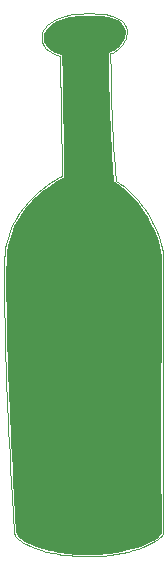
<source format=gtl>
G04 #@! TF.GenerationSoftware,KiCad,Pcbnew,(5.1.0-0)*
G04 #@! TF.CreationDate,2019-11-19T21:44:26-07:00*
G04 #@! TF.ProjectId,rick-bottle,7269636b-2d62-46f7-9474-6c652e6b6963,rev?*
G04 #@! TF.SameCoordinates,Original*
G04 #@! TF.FileFunction,Copper,L1,Top*
G04 #@! TF.FilePolarity,Positive*
%FSLAX46Y46*%
G04 Gerber Fmt 4.6, Leading zero omitted, Abs format (unit mm)*
G04 Created by KiCad (PCBNEW (5.1.0-0)) date 2019-11-19 21:44:26*
%MOMM*%
%LPD*%
G04 APERTURE LIST*
G04 #@! TA.AperFunction,EtchedComponent*
%ADD10C,0.010000*%
G04 #@! TD*
G04 #@! TA.AperFunction,NonConductor*
%ADD11C,0.254000*%
G04 #@! TD*
G04 APERTURE END LIST*
D10*
G04 #@! TO.C,G\002A\002A\002A*
X41102648Y-18010486D02*
X41353784Y-18015546D01*
X41353784Y-18015546D02*
X41573518Y-18025258D01*
X41573518Y-18025258D02*
X41771493Y-18040323D01*
X41771493Y-18040323D02*
X41957358Y-18061440D01*
X41957358Y-18061440D02*
X42140758Y-18089306D01*
X42140758Y-18089306D02*
X42290600Y-18116622D01*
X42290600Y-18116622D02*
X42638781Y-18200888D01*
X42638781Y-18200888D02*
X42948084Y-18310467D01*
X42948084Y-18310467D02*
X43217419Y-18443923D01*
X43217419Y-18443923D02*
X43445698Y-18599820D01*
X43445698Y-18599820D02*
X43631832Y-18776723D01*
X43631832Y-18776723D02*
X43774733Y-18973195D01*
X43774733Y-18973195D02*
X43873312Y-19187801D01*
X43873312Y-19187801D02*
X43926481Y-19419105D01*
X43926481Y-19419105D02*
X43933151Y-19665671D01*
X43933151Y-19665671D02*
X43892233Y-19926062D01*
X43892233Y-19926062D02*
X43825361Y-20141094D01*
X43825361Y-20141094D02*
X43729007Y-20349472D01*
X43729007Y-20349472D02*
X43600110Y-20557028D01*
X43600110Y-20557028D02*
X43445972Y-20756267D01*
X43445972Y-20756267D02*
X43273894Y-20939697D01*
X43273894Y-20939697D02*
X43091180Y-21099821D01*
X43091180Y-21099821D02*
X42905132Y-21229147D01*
X42905132Y-21229147D02*
X42723052Y-21320180D01*
X42723052Y-21320180D02*
X42653096Y-21344155D01*
X42653096Y-21344155D02*
X42537117Y-21378100D01*
X42537117Y-21378100D02*
X42552874Y-23156100D01*
X42552874Y-23156100D02*
X42556010Y-23476603D01*
X42556010Y-23476603D02*
X42559735Y-23800841D01*
X42559735Y-23800841D02*
X42563940Y-24122220D01*
X42563940Y-24122220D02*
X42568515Y-24434148D01*
X42568515Y-24434148D02*
X42573352Y-24730030D01*
X42573352Y-24730030D02*
X42578340Y-25003274D01*
X42578340Y-25003274D02*
X42583371Y-25247286D01*
X42583371Y-25247286D02*
X42588335Y-25455472D01*
X42588335Y-25455472D02*
X42593123Y-25621240D01*
X42593123Y-25621240D02*
X42594376Y-25658000D01*
X42594376Y-25658000D02*
X42631680Y-26629679D01*
X42631680Y-26629679D02*
X42672932Y-27555901D01*
X42672932Y-27555901D02*
X42718426Y-28441879D01*
X42718426Y-28441879D02*
X42768455Y-29292824D01*
X42768455Y-29292824D02*
X42823312Y-30113947D01*
X42823312Y-30113947D02*
X42883292Y-30910461D01*
X42883292Y-30910461D02*
X42904967Y-31177359D01*
X42904967Y-31177359D02*
X42986497Y-32162819D01*
X42986497Y-32162819D02*
X43236789Y-32341517D01*
X43236789Y-32341517D02*
X43363716Y-32433953D01*
X43363716Y-32433953D02*
X43509493Y-32542934D01*
X43509493Y-32542934D02*
X43653551Y-32652963D01*
X43653551Y-32652963D02*
X43746090Y-32725263D01*
X43746090Y-32725263D02*
X43863993Y-32823896D01*
X43863993Y-32823896D02*
X44006580Y-32951576D01*
X44006580Y-32951576D02*
X44165581Y-33100138D01*
X44165581Y-33100138D02*
X44332726Y-33261413D01*
X44332726Y-33261413D02*
X44499747Y-33427233D01*
X44499747Y-33427233D02*
X44658372Y-33589432D01*
X44658372Y-33589432D02*
X44800332Y-33739842D01*
X44800332Y-33739842D02*
X44917357Y-33870295D01*
X44917357Y-33870295D02*
X44974431Y-33938400D01*
X44974431Y-33938400D02*
X45389709Y-34491853D01*
X45389709Y-34491853D02*
X45764360Y-35069505D01*
X45764360Y-35069505D02*
X46096695Y-35667757D01*
X46096695Y-35667757D02*
X46385024Y-36283010D01*
X46385024Y-36283010D02*
X46627655Y-36911664D01*
X46627655Y-36911664D02*
X46822900Y-37550120D01*
X46822900Y-37550120D02*
X46966325Y-38180200D01*
X46966325Y-38180200D02*
X47021541Y-38472300D01*
X47021541Y-38472300D02*
X46992503Y-43590400D01*
X46992503Y-43590400D02*
X46988708Y-44291468D01*
X46988708Y-44291468D02*
X46985192Y-45006057D01*
X46985192Y-45006057D02*
X46981956Y-45731779D01*
X46981956Y-45731779D02*
X46978998Y-46466244D01*
X46978998Y-46466244D02*
X46976321Y-47207064D01*
X46976321Y-47207064D02*
X46973923Y-47951851D01*
X46973923Y-47951851D02*
X46971804Y-48698214D01*
X46971804Y-48698214D02*
X46969965Y-49443767D01*
X46969965Y-49443767D02*
X46968407Y-50186119D01*
X46968407Y-50186119D02*
X46967128Y-50922882D01*
X46967128Y-50922882D02*
X46966129Y-51651668D01*
X46966129Y-51651668D02*
X46965411Y-52370088D01*
X46965411Y-52370088D02*
X46964973Y-53075753D01*
X46964973Y-53075753D02*
X46964815Y-53766274D01*
X46964815Y-53766274D02*
X46964937Y-54439263D01*
X46964937Y-54439263D02*
X46965340Y-55092330D01*
X46965340Y-55092330D02*
X46966024Y-55723088D01*
X46966024Y-55723088D02*
X46966989Y-56329147D01*
X46966989Y-56329147D02*
X46968234Y-56908119D01*
X46968234Y-56908119D02*
X46969761Y-57457615D01*
X46969761Y-57457615D02*
X46971568Y-57975246D01*
X46971568Y-57975246D02*
X46973657Y-58458623D01*
X46973657Y-58458623D02*
X46976027Y-58905359D01*
X46976027Y-58905359D02*
X46978678Y-59313063D01*
X46978678Y-59313063D02*
X46981611Y-59679348D01*
X46981611Y-59679348D02*
X46984825Y-60001824D01*
X46984825Y-60001824D02*
X46988321Y-60278104D01*
X46988321Y-60278104D02*
X46991812Y-60490789D01*
X46991812Y-60490789D02*
X46998085Y-60815436D01*
X46998085Y-60815436D02*
X47003356Y-61093490D01*
X47003356Y-61093490D02*
X47007103Y-61329154D01*
X47007103Y-61329154D02*
X47008802Y-61526634D01*
X47008802Y-61526634D02*
X47007930Y-61690133D01*
X47007930Y-61690133D02*
X47003964Y-61823855D01*
X47003964Y-61823855D02*
X46996382Y-61932006D01*
X46996382Y-61932006D02*
X46984659Y-62018789D01*
X46984659Y-62018789D02*
X46968273Y-62088408D01*
X46968273Y-62088408D02*
X46946700Y-62145069D01*
X46946700Y-62145069D02*
X46919419Y-62192974D01*
X46919419Y-62192974D02*
X46885905Y-62236329D01*
X46885905Y-62236329D02*
X46845636Y-62279338D01*
X46845636Y-62279338D02*
X46798088Y-62326205D01*
X46798088Y-62326205D02*
X46758615Y-62365136D01*
X46758615Y-62365136D02*
X46554326Y-62542466D01*
X46554326Y-62542466D02*
X46302740Y-62714700D01*
X46302740Y-62714700D02*
X46007199Y-62880780D01*
X46007199Y-62880780D02*
X45671045Y-63039647D01*
X45671045Y-63039647D02*
X45297619Y-63190245D01*
X45297619Y-63190245D02*
X44890265Y-63331514D01*
X44890265Y-63331514D02*
X44452323Y-63462398D01*
X44452323Y-63462398D02*
X43987136Y-63581838D01*
X43987136Y-63581838D02*
X43498046Y-63688777D01*
X43498046Y-63688777D02*
X42988396Y-63782157D01*
X42988396Y-63782157D02*
X42461526Y-63860919D01*
X42461526Y-63860919D02*
X41920779Y-63924007D01*
X41920779Y-63924007D02*
X41795300Y-63936142D01*
X41795300Y-63936142D02*
X41700191Y-63942831D01*
X41700191Y-63942831D02*
X41565078Y-63949348D01*
X41565078Y-63949348D02*
X41398335Y-63955538D01*
X41398335Y-63955538D02*
X41208337Y-63961246D01*
X41208337Y-63961246D02*
X41003459Y-63966319D01*
X41003459Y-63966319D02*
X40792076Y-63970601D01*
X40792076Y-63970601D02*
X40582563Y-63973938D01*
X40582563Y-63973938D02*
X40383294Y-63976175D01*
X40383294Y-63976175D02*
X40202645Y-63977159D01*
X40202645Y-63977159D02*
X40048991Y-63976734D01*
X40048991Y-63976734D02*
X39930707Y-63974745D01*
X39930707Y-63974745D02*
X39864900Y-63971761D01*
X39864900Y-63971761D02*
X39449608Y-63938866D01*
X39449608Y-63938866D02*
X39076384Y-63904483D01*
X39076384Y-63904483D02*
X38736497Y-63867326D01*
X38736497Y-63867326D02*
X38421215Y-63826109D01*
X38421215Y-63826109D02*
X38121807Y-63779545D01*
X38121807Y-63779545D02*
X37829542Y-63726349D01*
X37829542Y-63726349D02*
X37535687Y-63665234D01*
X37535687Y-63665234D02*
X37231512Y-63594916D01*
X37231512Y-63594916D02*
X37118490Y-63567271D01*
X37118490Y-63567271D02*
X36630046Y-63434823D01*
X36630046Y-63434823D02*
X36174503Y-63288045D01*
X36174503Y-63288045D02*
X35757476Y-63128916D01*
X35757476Y-63128916D02*
X35384581Y-62959415D01*
X35384581Y-62959415D02*
X35361287Y-62947724D01*
X35361287Y-62947724D02*
X35140456Y-62824954D01*
X35140456Y-62824954D02*
X34935347Y-62689227D01*
X34935347Y-62689227D02*
X34752923Y-62546361D01*
X34752923Y-62546361D02*
X34600151Y-62402174D01*
X34600151Y-62402174D02*
X34483996Y-62262486D01*
X34483996Y-62262486D02*
X34426322Y-62166687D01*
X34426322Y-62166687D02*
X34358496Y-62028057D01*
X34358496Y-62028057D02*
X34185928Y-58848078D01*
X34185928Y-58848078D02*
X34121111Y-57642012D01*
X34121111Y-57642012D02*
X34060207Y-56484299D01*
X34060207Y-56484299D02*
X34003129Y-55372649D01*
X34003129Y-55372649D02*
X33949791Y-54304774D01*
X33949791Y-54304774D02*
X33900104Y-53278384D01*
X33900104Y-53278384D02*
X33853982Y-52291190D01*
X33853982Y-52291190D02*
X33811338Y-51340903D01*
X33811338Y-51340903D02*
X33772084Y-50425234D01*
X33772084Y-50425234D02*
X33736134Y-49541892D01*
X33736134Y-49541892D02*
X33703400Y-48688589D01*
X33703400Y-48688589D02*
X33673796Y-47863037D01*
X33673796Y-47863037D02*
X33647234Y-47062944D01*
X33647234Y-47062944D02*
X33623626Y-46286023D01*
X33623626Y-46286023D02*
X33602887Y-45529983D01*
X33602887Y-45529983D02*
X33584928Y-44792537D01*
X33584928Y-44792537D02*
X33569662Y-44071393D01*
X33569662Y-44071393D02*
X33557004Y-43364264D01*
X33557004Y-43364264D02*
X33546864Y-42668860D01*
X33546864Y-42668860D02*
X33539157Y-41982891D01*
X33539157Y-41982891D02*
X33537598Y-41812400D01*
X33537598Y-41812400D02*
X33533659Y-41273907D01*
X33533659Y-41273907D02*
X33531745Y-40783081D01*
X33531745Y-40783081D02*
X33531970Y-40336823D01*
X33531970Y-40336823D02*
X33534447Y-39932037D01*
X33534447Y-39932037D02*
X33539288Y-39565625D01*
X33539288Y-39565625D02*
X33546606Y-39234489D01*
X33546606Y-39234489D02*
X33556513Y-38935532D01*
X33556513Y-38935532D02*
X33569123Y-38665655D01*
X33569123Y-38665655D02*
X33584549Y-38421763D01*
X33584549Y-38421763D02*
X33602901Y-38200756D01*
X33602901Y-38200756D02*
X33624295Y-37999538D01*
X33624295Y-37999538D02*
X33648841Y-37815010D01*
X33648841Y-37815010D02*
X33676653Y-37644076D01*
X33676653Y-37644076D02*
X33692295Y-37560298D01*
X33692295Y-37560298D02*
X33825444Y-37008276D01*
X33825444Y-37008276D02*
X34007752Y-36462202D01*
X34007752Y-36462202D02*
X34237671Y-35924939D01*
X34237671Y-35924939D02*
X34513655Y-35399349D01*
X34513655Y-35399349D02*
X34834156Y-34888294D01*
X34834156Y-34888294D02*
X35197627Y-34394637D01*
X35197627Y-34394637D02*
X35602520Y-33921239D01*
X35602520Y-33921239D02*
X35736508Y-33778733D01*
X35736508Y-33778733D02*
X36056894Y-33461965D01*
X36056894Y-33461965D02*
X36403118Y-33149734D01*
X36403118Y-33149734D02*
X36766696Y-32848480D01*
X36766696Y-32848480D02*
X37139142Y-32564647D01*
X37139142Y-32564647D02*
X37511971Y-32304677D01*
X37511971Y-32304677D02*
X37876697Y-32075013D01*
X37876697Y-32075013D02*
X38224836Y-31882096D01*
X38224836Y-31882096D02*
X38254161Y-31867211D01*
X38254161Y-31867211D02*
X38429800Y-31778761D01*
X38429800Y-31778761D02*
X38429599Y-31353630D01*
X38429599Y-31353630D02*
X38429127Y-31281773D01*
X38429127Y-31281773D02*
X38427787Y-31162097D01*
X38427787Y-31162097D02*
X38425626Y-30997572D01*
X38425626Y-30997572D02*
X38422693Y-30791170D01*
X38422693Y-30791170D02*
X38419035Y-30545864D01*
X38419035Y-30545864D02*
X38414700Y-30264625D01*
X38414700Y-30264625D02*
X38409736Y-29950424D01*
X38409736Y-29950424D02*
X38404191Y-29606234D01*
X38404191Y-29606234D02*
X38398113Y-29235027D01*
X38398113Y-29235027D02*
X38391549Y-28839773D01*
X38391549Y-28839773D02*
X38384548Y-28423446D01*
X38384548Y-28423446D02*
X38377157Y-27989016D01*
X38377157Y-27989016D02*
X38369424Y-27539455D01*
X38369424Y-27539455D02*
X38361397Y-27077735D01*
X38361397Y-27077735D02*
X38353637Y-26635900D01*
X38353637Y-26635900D02*
X38345388Y-26166507D01*
X38345388Y-26166507D02*
X38337385Y-25707100D01*
X38337385Y-25707100D02*
X38329676Y-25260603D01*
X38329676Y-25260603D02*
X38322307Y-24829939D01*
X38322307Y-24829939D02*
X38315328Y-24418029D01*
X38315328Y-24418029D02*
X38308785Y-24027797D01*
X38308785Y-24027797D02*
X38302727Y-23662165D01*
X38302727Y-23662165D02*
X38297201Y-23324057D01*
X38297201Y-23324057D02*
X38292255Y-23016394D01*
X38292255Y-23016394D02*
X38287937Y-22742100D01*
X38287937Y-22742100D02*
X38284294Y-22504098D01*
X38284294Y-22504098D02*
X38281375Y-22305310D01*
X38281375Y-22305310D02*
X38279228Y-22148660D01*
X38279228Y-22148660D02*
X38277899Y-22037068D01*
X38277899Y-22037068D02*
X38277438Y-21975000D01*
X38277438Y-21975000D02*
X38277002Y-21606700D01*
X38277002Y-21606700D02*
X38015772Y-21523537D01*
X38015772Y-21523537D02*
X37723810Y-21412746D01*
X37723810Y-21412746D02*
X37469212Y-21276475D01*
X37469212Y-21276475D02*
X37242636Y-21109224D01*
X37242636Y-21109224D02*
X37121624Y-20997100D01*
X37121624Y-20997100D02*
X36950387Y-20802694D01*
X36950387Y-20802694D02*
X36826503Y-20606532D01*
X36826503Y-20606532D02*
X36746811Y-20401508D01*
X36746811Y-20401508D02*
X36708145Y-20180516D01*
X36708145Y-20180516D02*
X36703202Y-20057300D01*
X36703202Y-20057300D02*
X36720092Y-19834894D01*
X36720092Y-19834894D02*
X36772950Y-19628050D01*
X36772950Y-19628050D02*
X36865060Y-19429735D01*
X36865060Y-19429735D02*
X36999706Y-19232919D01*
X36999706Y-19232919D02*
X37180171Y-19030568D01*
X37180171Y-19030568D02*
X37184903Y-19025777D01*
X37184903Y-19025777D02*
X37404634Y-18826192D01*
X37404634Y-18826192D02*
X37642067Y-18656393D01*
X37642067Y-18656393D02*
X37908515Y-18509124D01*
X37908515Y-18509124D02*
X38167304Y-18395828D01*
X38167304Y-18395828D02*
X38438704Y-18297275D01*
X38438704Y-18297275D02*
X38716994Y-18214910D01*
X38716994Y-18214910D02*
X39008444Y-18147817D01*
X39008444Y-18147817D02*
X39319324Y-18095080D01*
X39319324Y-18095080D02*
X39655905Y-18055782D01*
X39655905Y-18055782D02*
X40024457Y-18029006D01*
X40024457Y-18029006D02*
X40431250Y-18013835D01*
X40431250Y-18013835D02*
X40810462Y-18009382D01*
X40810462Y-18009382D02*
X41102648Y-18010486D01*
X41102648Y-18010486D02*
X41102648Y-18010486D01*
G04 #@! TD*
D11*
G36*
X41088265Y-18292433D02*
G01*
X41088800Y-18292486D01*
X41099849Y-18292486D01*
X41344707Y-18297420D01*
X41556587Y-18306785D01*
X41744853Y-18321110D01*
X41920255Y-18341038D01*
X42094279Y-18367480D01*
X42232109Y-18392606D01*
X42558312Y-18471554D01*
X42838008Y-18570644D01*
X43074609Y-18687880D01*
X43267901Y-18819884D01*
X43418913Y-18963408D01*
X43530181Y-19116388D01*
X43604968Y-19279200D01*
X43645345Y-19454857D01*
X43650555Y-19647445D01*
X43616845Y-19861968D01*
X43561601Y-20039606D01*
X43480314Y-20215402D01*
X43368198Y-20395936D01*
X43231131Y-20573109D01*
X43077668Y-20736696D01*
X42917224Y-20877305D01*
X42760856Y-20985999D01*
X42613800Y-21059522D01*
X42567743Y-21075307D01*
X42482010Y-21100399D01*
X42479375Y-21100682D01*
X42455424Y-21108180D01*
X42444614Y-21111344D01*
X42442159Y-21112333D01*
X42426363Y-21117278D01*
X42416461Y-21122684D01*
X42405994Y-21126900D01*
X42392140Y-21135962D01*
X42377607Y-21143896D01*
X42368948Y-21151132D01*
X42359507Y-21157307D01*
X42347686Y-21168898D01*
X42334981Y-21179515D01*
X42327902Y-21188298D01*
X42319845Y-21196199D01*
X42310510Y-21209878D01*
X42300123Y-21222766D01*
X42294894Y-21232761D01*
X42288533Y-21242082D01*
X42282044Y-21257322D01*
X42274373Y-21271986D01*
X42271196Y-21282802D01*
X42266773Y-21293192D01*
X42263382Y-21309411D01*
X42258720Y-21325284D01*
X42257714Y-21336518D01*
X42255404Y-21347565D01*
X42255242Y-21364118D01*
X42255006Y-21366752D01*
X42255106Y-21378013D01*
X42254860Y-21403110D01*
X42255351Y-21405713D01*
X42270764Y-23144890D01*
X42270753Y-23145012D01*
X42270879Y-23157928D01*
X42271008Y-23172446D01*
X42271023Y-23172583D01*
X42273891Y-23465760D01*
X42273870Y-23465996D01*
X42274024Y-23479363D01*
X42274159Y-23493209D01*
X42274185Y-23493453D01*
X42277597Y-23790456D01*
X42277578Y-23790684D01*
X42277758Y-23804470D01*
X42277913Y-23817927D01*
X42277937Y-23818149D01*
X42281787Y-24112288D01*
X42281768Y-24112510D01*
X42281967Y-24126087D01*
X42282146Y-24139756D01*
X42282171Y-24139979D01*
X42286346Y-24424676D01*
X42286327Y-24424912D01*
X42286549Y-24438471D01*
X42286749Y-24452130D01*
X42286776Y-24452367D01*
X42291169Y-24721062D01*
X42291147Y-24721332D01*
X42291397Y-24735020D01*
X42291617Y-24748486D01*
X42291647Y-24748751D01*
X42296141Y-24994912D01*
X42296115Y-24995242D01*
X42296391Y-25008650D01*
X42296640Y-25022267D01*
X42296679Y-25022601D01*
X42301156Y-25239714D01*
X42301122Y-25240165D01*
X42301439Y-25253456D01*
X42301717Y-25266944D01*
X42301771Y-25267399D01*
X42306103Y-25449056D01*
X42306053Y-25449772D01*
X42306435Y-25463006D01*
X42306746Y-25476038D01*
X42306832Y-25476739D01*
X42310862Y-25616269D01*
X42310815Y-25617007D01*
X42311265Y-25630203D01*
X42311641Y-25643223D01*
X42311734Y-25643947D01*
X42312089Y-25654378D01*
X42312053Y-25654981D01*
X42312560Y-25668177D01*
X42313012Y-25681446D01*
X42313092Y-25682048D01*
X42349390Y-26627534D01*
X42349344Y-26628392D01*
X42349917Y-26641249D01*
X42350419Y-26654335D01*
X42350538Y-26655201D01*
X42390638Y-27555568D01*
X42390593Y-27556532D01*
X42391258Y-27569473D01*
X42391828Y-27582282D01*
X42391964Y-27583227D01*
X42436141Y-28443556D01*
X42436100Y-28444605D01*
X42436853Y-28457410D01*
X42437508Y-28470169D01*
X42437664Y-28471203D01*
X42486195Y-29296685D01*
X42486160Y-29297804D01*
X42487002Y-29310410D01*
X42487754Y-29323198D01*
X42487931Y-29324319D01*
X42541096Y-30120119D01*
X42541069Y-30121313D01*
X42542020Y-30133937D01*
X42542863Y-30146561D01*
X42543059Y-30147738D01*
X42601111Y-30918651D01*
X42601097Y-30919484D01*
X42602156Y-30932526D01*
X42603129Y-30945445D01*
X42603271Y-30946258D01*
X42622789Y-31186595D01*
X42622786Y-31186809D01*
X42623915Y-31200458D01*
X42625014Y-31213988D01*
X42625052Y-31214197D01*
X42705282Y-32183955D01*
X42706999Y-32209464D01*
X42711191Y-32225002D01*
X42714083Y-32240827D01*
X42718407Y-32251745D01*
X42721469Y-32263095D01*
X42728613Y-32277519D01*
X42734536Y-32292474D01*
X42740911Y-32302346D01*
X42746125Y-32312872D01*
X42755936Y-32325612D01*
X42764671Y-32339138D01*
X42772856Y-32347583D01*
X42780018Y-32356883D01*
X42792121Y-32367460D01*
X42803331Y-32379026D01*
X42824440Y-32393613D01*
X43071876Y-32570273D01*
X43196268Y-32660863D01*
X43339464Y-32767914D01*
X43481151Y-32876131D01*
X43568761Y-32944581D01*
X43679412Y-33037147D01*
X43816252Y-33159681D01*
X43971375Y-33304620D01*
X44135496Y-33462977D01*
X44299567Y-33625868D01*
X44455020Y-33784824D01*
X44592800Y-33930805D01*
X44704258Y-34055052D01*
X44753421Y-34113716D01*
X45158367Y-34653401D01*
X45522527Y-35214878D01*
X45845466Y-35796218D01*
X46125495Y-36393761D01*
X46360937Y-37003790D01*
X46550220Y-37622751D01*
X46690203Y-38237712D01*
X46739392Y-38497927D01*
X46710586Y-43574998D01*
X46710583Y-43575026D01*
X46710527Y-43585449D01*
X46710429Y-43602647D01*
X46710433Y-43602693D01*
X46706788Y-44276160D01*
X46706780Y-44276233D01*
X46706709Y-44290764D01*
X46706638Y-44303789D01*
X46706644Y-44303855D01*
X46703264Y-44990885D01*
X46703257Y-44990952D01*
X46703193Y-45005290D01*
X46703128Y-45018517D01*
X46703134Y-45018579D01*
X46700021Y-45716736D01*
X46700015Y-45716796D01*
X46699959Y-45730577D01*
X46699898Y-45744369D01*
X46699904Y-45744430D01*
X46697056Y-46451315D01*
X46697050Y-46451377D01*
X46696997Y-46466065D01*
X46696945Y-46478956D01*
X46696950Y-46479011D01*
X46694373Y-47192260D01*
X46694368Y-47192308D01*
X46694330Y-47204210D01*
X46694273Y-47219892D01*
X46694279Y-47219955D01*
X46691969Y-47937154D01*
X46691964Y-47937203D01*
X46691928Y-47949931D01*
X46691880Y-47964790D01*
X46691886Y-47964848D01*
X46689844Y-48683627D01*
X46689840Y-48683671D01*
X46689811Y-48695346D01*
X46689766Y-48711261D01*
X46689772Y-48711321D01*
X46688000Y-49429275D01*
X46687995Y-49429327D01*
X46687966Y-49443106D01*
X46687932Y-49456919D01*
X46687937Y-49456971D01*
X46686437Y-50171732D01*
X46686432Y-50171782D01*
X46686409Y-50185308D01*
X46686379Y-50199375D01*
X46686384Y-50199427D01*
X46685153Y-50908598D01*
X46685148Y-50908648D01*
X46685130Y-50922060D01*
X46685105Y-50936240D01*
X46685110Y-50936293D01*
X46684149Y-51637480D01*
X46684143Y-51637539D01*
X46684127Y-51653173D01*
X46684111Y-51665129D01*
X46684115Y-51665174D01*
X46683426Y-52356009D01*
X46683420Y-52356066D01*
X46683411Y-52370737D01*
X46683398Y-52383654D01*
X46683403Y-52383704D01*
X46682982Y-53061789D01*
X46682977Y-53061841D01*
X46682974Y-53074930D01*
X46682965Y-53089425D01*
X46682971Y-53089483D01*
X46682818Y-53752424D01*
X46682813Y-53752478D01*
X46682815Y-53765461D01*
X46682812Y-53780057D01*
X46682818Y-53780118D01*
X46682935Y-54425529D01*
X46682929Y-54425590D01*
X46682937Y-54439367D01*
X46682940Y-54453162D01*
X46682946Y-54453223D01*
X46683332Y-55078727D01*
X46683326Y-55078788D01*
X46683340Y-55091614D01*
X46683349Y-55106351D01*
X46683356Y-55106421D01*
X46684010Y-55709617D01*
X46684003Y-55709690D01*
X46684025Y-55723722D01*
X46684040Y-55737241D01*
X46684047Y-55737311D01*
X46684968Y-56315823D01*
X46684960Y-56315906D01*
X46684991Y-56330498D01*
X46685012Y-56343444D01*
X46685019Y-56343518D01*
X46686206Y-56894965D01*
X46686197Y-56895055D01*
X46686236Y-56909080D01*
X46686265Y-56922573D01*
X46686274Y-56922660D01*
X46687724Y-57444654D01*
X46687715Y-57444752D01*
X46687762Y-57458218D01*
X46687801Y-57472246D01*
X46687811Y-57472348D01*
X46689523Y-57962493D01*
X46689511Y-57962617D01*
X46689574Y-57977206D01*
X46689619Y-57990078D01*
X46689630Y-57990187D01*
X46691601Y-58446134D01*
X46691588Y-58446272D01*
X46691661Y-58459997D01*
X46691720Y-58473690D01*
X46691734Y-58473828D01*
X46693959Y-58893172D01*
X46693943Y-58893345D01*
X46694034Y-58907408D01*
X46694105Y-58920702D01*
X46694122Y-58920866D01*
X46696596Y-59301261D01*
X46696577Y-59301474D01*
X46696687Y-59315214D01*
X46696775Y-59328744D01*
X46696797Y-59328953D01*
X46699512Y-59668035D01*
X46699487Y-59668312D01*
X46699623Y-59681918D01*
X46699731Y-59695453D01*
X46699760Y-59695728D01*
X46702706Y-59991165D01*
X46702673Y-59991546D01*
X46702845Y-60005140D01*
X46702978Y-60018481D01*
X46703019Y-60018854D01*
X46706175Y-60268357D01*
X46706132Y-60268886D01*
X46706350Y-60282182D01*
X46706519Y-60295518D01*
X46706578Y-60296047D01*
X46709630Y-60481984D01*
X46709598Y-60482392D01*
X46709857Y-60495772D01*
X46710078Y-60509263D01*
X46710125Y-60509672D01*
X46716135Y-60820697D01*
X46721397Y-61098278D01*
X46725123Y-61332670D01*
X46726796Y-61527077D01*
X46725953Y-61685190D01*
X46722257Y-61809798D01*
X46715706Y-61903255D01*
X46707028Y-61967489D01*
X46698065Y-62005570D01*
X46690893Y-62024409D01*
X46684182Y-62036193D01*
X46670945Y-62053318D01*
X46643651Y-62082468D01*
X46609954Y-62115682D01*
X46609927Y-62115704D01*
X46602760Y-62122773D01*
X46590265Y-62135089D01*
X46590233Y-62135128D01*
X46566986Y-62158056D01*
X46381687Y-62318902D01*
X46153720Y-62474967D01*
X45877720Y-62630066D01*
X45557971Y-62781180D01*
X45198632Y-62926097D01*
X44803654Y-63063075D01*
X44376860Y-63190627D01*
X43921937Y-63307432D01*
X43442516Y-63412257D01*
X42942139Y-63503939D01*
X42424321Y-63581348D01*
X41890871Y-63643584D01*
X41771824Y-63655097D01*
X41683504Y-63661309D01*
X41553038Y-63667601D01*
X41388807Y-63673698D01*
X41200725Y-63679348D01*
X40997151Y-63684390D01*
X40786960Y-63688647D01*
X40578738Y-63691964D01*
X40381034Y-63694183D01*
X40202242Y-63695157D01*
X40051743Y-63694741D01*
X39939485Y-63692854D01*
X39882444Y-63690267D01*
X39473702Y-63657892D01*
X39104612Y-63623890D01*
X38770107Y-63587321D01*
X38461188Y-63546936D01*
X38168709Y-63501450D01*
X37883517Y-63449541D01*
X37596167Y-63389779D01*
X37296797Y-63320572D01*
X37188902Y-63294181D01*
X36710228Y-63164382D01*
X36268073Y-63021918D01*
X35866198Y-62868570D01*
X35506236Y-62704949D01*
X35493091Y-62698351D01*
X35286995Y-62583773D01*
X35100358Y-62460269D01*
X34937028Y-62332356D01*
X34806093Y-62208779D01*
X34714532Y-62098668D01*
X34674244Y-62031748D01*
X34636978Y-61955580D01*
X34467472Y-58832035D01*
X34402733Y-57627423D01*
X34341828Y-56469687D01*
X34284777Y-55358571D01*
X34231431Y-54290523D01*
X34181801Y-53265322D01*
X34135692Y-52278412D01*
X34093074Y-51328722D01*
X34053824Y-50413133D01*
X34017915Y-49530790D01*
X33985217Y-48678447D01*
X33955633Y-47853455D01*
X33929089Y-47053902D01*
X33905505Y-46277764D01*
X33884790Y-45522593D01*
X33866850Y-44785927D01*
X33851608Y-44065911D01*
X33838967Y-43359709D01*
X33828838Y-42665033D01*
X33821141Y-41979933D01*
X33819587Y-41810016D01*
X33815653Y-41272128D01*
X33813744Y-40782574D01*
X33813969Y-40337753D01*
X33816435Y-39934767D01*
X33821246Y-39570618D01*
X33828504Y-39242226D01*
X33838293Y-38946821D01*
X33850705Y-38681163D01*
X33865811Y-38442325D01*
X33883663Y-38227350D01*
X33904323Y-38033034D01*
X33927840Y-37856242D01*
X33954462Y-37692622D01*
X33968157Y-37619274D01*
X34096754Y-37086124D01*
X34271570Y-36562493D01*
X34492536Y-36046151D01*
X34758303Y-35540018D01*
X35067480Y-35047020D01*
X35418616Y-34570118D01*
X35812527Y-34109560D01*
X35938427Y-33975656D01*
X36250571Y-33667038D01*
X36587601Y-33363100D01*
X36942209Y-33069279D01*
X37305331Y-32792552D01*
X37667837Y-32539780D01*
X38020284Y-32317847D01*
X38357036Y-32131240D01*
X38381484Y-32118832D01*
X38534990Y-32041528D01*
X38538362Y-32040503D01*
X38559738Y-32029065D01*
X38569005Y-32024398D01*
X38571972Y-32022519D01*
X38587340Y-32014295D01*
X38595388Y-32007684D01*
X38604175Y-32002117D01*
X38616787Y-31990105D01*
X38630263Y-31979035D01*
X38636866Y-31970982D01*
X38644400Y-31963806D01*
X38654430Y-31949559D01*
X38665483Y-31936078D01*
X38670386Y-31926895D01*
X38676377Y-31918385D01*
X38683436Y-31902451D01*
X38691645Y-31887076D01*
X38694662Y-31877113D01*
X38698878Y-31867597D01*
X38702693Y-31850593D01*
X38707745Y-31833911D01*
X38708760Y-31823552D01*
X38711039Y-31813396D01*
X38711464Y-31795969D01*
X38711806Y-31792475D01*
X38711801Y-31782116D01*
X38712392Y-31757864D01*
X38711788Y-31754387D01*
X38711605Y-31366478D01*
X38711683Y-31365625D01*
X38711598Y-31352713D01*
X38711592Y-31339649D01*
X38711507Y-31338787D01*
X38711207Y-31293120D01*
X38711264Y-31292463D01*
X38711115Y-31279142D01*
X38711029Y-31266073D01*
X38710961Y-31265429D01*
X38709921Y-31172509D01*
X38709944Y-31172239D01*
X38709767Y-31158803D01*
X38709614Y-31145093D01*
X38709584Y-31144818D01*
X38707781Y-31007567D01*
X38707794Y-31007411D01*
X38707593Y-30993273D01*
X38707419Y-30980022D01*
X38707403Y-30979876D01*
X38704859Y-30800916D01*
X38704868Y-30800811D01*
X38704650Y-30786169D01*
X38704467Y-30773317D01*
X38704457Y-30773225D01*
X38701209Y-30555426D01*
X38701214Y-30555363D01*
X38701023Y-30543002D01*
X38700797Y-30527813D01*
X38700788Y-30527736D01*
X38696879Y-30274066D01*
X38696883Y-30274016D01*
X38696682Y-30261297D01*
X38696453Y-30246433D01*
X38696446Y-30246375D01*
X38691919Y-29959768D01*
X38691922Y-29959728D01*
X38691719Y-29947158D01*
X38691482Y-29932124D01*
X38691477Y-29932076D01*
X38686376Y-29615495D01*
X38686379Y-29615463D01*
X38686186Y-29603693D01*
X38685931Y-29587846D01*
X38685926Y-29587804D01*
X38680301Y-29244229D01*
X38680304Y-29244191D01*
X38679999Y-29225798D01*
X38679848Y-29216565D01*
X38679845Y-29216537D01*
X38673739Y-28848898D01*
X38673741Y-28848877D01*
X38673570Y-28838716D01*
X38673280Y-28821245D01*
X38673276Y-28821208D01*
X38666740Y-28432519D01*
X38666742Y-28432495D01*
X38666544Y-28420838D01*
X38666275Y-28404859D01*
X38666271Y-28404827D01*
X38659351Y-27998041D01*
X38659353Y-27998012D01*
X38659043Y-27979968D01*
X38658880Y-27970374D01*
X38658877Y-27970350D01*
X38651620Y-27548425D01*
X38651622Y-27548399D01*
X38651379Y-27534427D01*
X38651144Y-27520760D01*
X38651141Y-27520734D01*
X38643594Y-27086653D01*
X38643596Y-27086628D01*
X38643283Y-27068791D01*
X38643113Y-27058988D01*
X38643110Y-27058963D01*
X38635350Y-26617103D01*
X38635349Y-26617098D01*
X38627318Y-26160043D01*
X38619340Y-25702078D01*
X38611626Y-25255318D01*
X38604335Y-24829203D01*
X38597326Y-24415568D01*
X38590672Y-24018679D01*
X38584709Y-23658798D01*
X38579101Y-23315610D01*
X38574262Y-23014621D01*
X38569875Y-22735971D01*
X38566243Y-22498599D01*
X38563346Y-22301310D01*
X38561203Y-22144986D01*
X38559887Y-22034355D01*
X38559437Y-21973805D01*
X38559004Y-21608381D01*
X38559354Y-21582786D01*
X38556444Y-21567035D01*
X38554855Y-21551090D01*
X38551411Y-21539786D01*
X38549264Y-21528161D01*
X38543334Y-21513271D01*
X38538667Y-21497952D01*
X38533086Y-21487540D01*
X38528711Y-21476555D01*
X38519992Y-21463111D01*
X38512424Y-21448993D01*
X38504914Y-21439864D01*
X38498484Y-21429950D01*
X38487315Y-21418471D01*
X38477133Y-21406094D01*
X38467985Y-21398605D01*
X38459746Y-21390137D01*
X38446553Y-21381058D01*
X38434151Y-21370905D01*
X38423716Y-21365343D01*
X38413985Y-21358647D01*
X38399274Y-21352316D01*
X38385131Y-21344778D01*
X38360595Y-21337367D01*
X38108643Y-21257158D01*
X37840853Y-21155540D01*
X37620272Y-21037476D01*
X37422759Y-20891678D01*
X37323791Y-20799978D01*
X37176837Y-20633142D01*
X37079479Y-20478984D01*
X37019775Y-20325383D01*
X36989165Y-20150432D01*
X36985631Y-20062338D01*
X36999415Y-19880831D01*
X37039706Y-19723162D01*
X37110986Y-19569697D01*
X37222226Y-19407093D01*
X37383074Y-19226739D01*
X37582063Y-19045995D01*
X37792801Y-18895288D01*
X38033538Y-18762229D01*
X38272082Y-18657796D01*
X38526928Y-18565255D01*
X38788723Y-18487772D01*
X39063694Y-18424473D01*
X39359271Y-18374331D01*
X39682480Y-18336594D01*
X40039931Y-18310625D01*
X40438131Y-18295773D01*
X40811567Y-18291388D01*
X41088265Y-18292433D01*
X41088265Y-18292433D01*
G37*
X41088265Y-18292433D02*
X41088800Y-18292486D01*
X41099849Y-18292486D01*
X41344707Y-18297420D01*
X41556587Y-18306785D01*
X41744853Y-18321110D01*
X41920255Y-18341038D01*
X42094279Y-18367480D01*
X42232109Y-18392606D01*
X42558312Y-18471554D01*
X42838008Y-18570644D01*
X43074609Y-18687880D01*
X43267901Y-18819884D01*
X43418913Y-18963408D01*
X43530181Y-19116388D01*
X43604968Y-19279200D01*
X43645345Y-19454857D01*
X43650555Y-19647445D01*
X43616845Y-19861968D01*
X43561601Y-20039606D01*
X43480314Y-20215402D01*
X43368198Y-20395936D01*
X43231131Y-20573109D01*
X43077668Y-20736696D01*
X42917224Y-20877305D01*
X42760856Y-20985999D01*
X42613800Y-21059522D01*
X42567743Y-21075307D01*
X42482010Y-21100399D01*
X42479375Y-21100682D01*
X42455424Y-21108180D01*
X42444614Y-21111344D01*
X42442159Y-21112333D01*
X42426363Y-21117278D01*
X42416461Y-21122684D01*
X42405994Y-21126900D01*
X42392140Y-21135962D01*
X42377607Y-21143896D01*
X42368948Y-21151132D01*
X42359507Y-21157307D01*
X42347686Y-21168898D01*
X42334981Y-21179515D01*
X42327902Y-21188298D01*
X42319845Y-21196199D01*
X42310510Y-21209878D01*
X42300123Y-21222766D01*
X42294894Y-21232761D01*
X42288533Y-21242082D01*
X42282044Y-21257322D01*
X42274373Y-21271986D01*
X42271196Y-21282802D01*
X42266773Y-21293192D01*
X42263382Y-21309411D01*
X42258720Y-21325284D01*
X42257714Y-21336518D01*
X42255404Y-21347565D01*
X42255242Y-21364118D01*
X42255006Y-21366752D01*
X42255106Y-21378013D01*
X42254860Y-21403110D01*
X42255351Y-21405713D01*
X42270764Y-23144890D01*
X42270753Y-23145012D01*
X42270879Y-23157928D01*
X42271008Y-23172446D01*
X42271023Y-23172583D01*
X42273891Y-23465760D01*
X42273870Y-23465996D01*
X42274024Y-23479363D01*
X42274159Y-23493209D01*
X42274185Y-23493453D01*
X42277597Y-23790456D01*
X42277578Y-23790684D01*
X42277758Y-23804470D01*
X42277913Y-23817927D01*
X42277937Y-23818149D01*
X42281787Y-24112288D01*
X42281768Y-24112510D01*
X42281967Y-24126087D01*
X42282146Y-24139756D01*
X42282171Y-24139979D01*
X42286346Y-24424676D01*
X42286327Y-24424912D01*
X42286549Y-24438471D01*
X42286749Y-24452130D01*
X42286776Y-24452367D01*
X42291169Y-24721062D01*
X42291147Y-24721332D01*
X42291397Y-24735020D01*
X42291617Y-24748486D01*
X42291647Y-24748751D01*
X42296141Y-24994912D01*
X42296115Y-24995242D01*
X42296391Y-25008650D01*
X42296640Y-25022267D01*
X42296679Y-25022601D01*
X42301156Y-25239714D01*
X42301122Y-25240165D01*
X42301439Y-25253456D01*
X42301717Y-25266944D01*
X42301771Y-25267399D01*
X42306103Y-25449056D01*
X42306053Y-25449772D01*
X42306435Y-25463006D01*
X42306746Y-25476038D01*
X42306832Y-25476739D01*
X42310862Y-25616269D01*
X42310815Y-25617007D01*
X42311265Y-25630203D01*
X42311641Y-25643223D01*
X42311734Y-25643947D01*
X42312089Y-25654378D01*
X42312053Y-25654981D01*
X42312560Y-25668177D01*
X42313012Y-25681446D01*
X42313092Y-25682048D01*
X42349390Y-26627534D01*
X42349344Y-26628392D01*
X42349917Y-26641249D01*
X42350419Y-26654335D01*
X42350538Y-26655201D01*
X42390638Y-27555568D01*
X42390593Y-27556532D01*
X42391258Y-27569473D01*
X42391828Y-27582282D01*
X42391964Y-27583227D01*
X42436141Y-28443556D01*
X42436100Y-28444605D01*
X42436853Y-28457410D01*
X42437508Y-28470169D01*
X42437664Y-28471203D01*
X42486195Y-29296685D01*
X42486160Y-29297804D01*
X42487002Y-29310410D01*
X42487754Y-29323198D01*
X42487931Y-29324319D01*
X42541096Y-30120119D01*
X42541069Y-30121313D01*
X42542020Y-30133937D01*
X42542863Y-30146561D01*
X42543059Y-30147738D01*
X42601111Y-30918651D01*
X42601097Y-30919484D01*
X42602156Y-30932526D01*
X42603129Y-30945445D01*
X42603271Y-30946258D01*
X42622789Y-31186595D01*
X42622786Y-31186809D01*
X42623915Y-31200458D01*
X42625014Y-31213988D01*
X42625052Y-31214197D01*
X42705282Y-32183955D01*
X42706999Y-32209464D01*
X42711191Y-32225002D01*
X42714083Y-32240827D01*
X42718407Y-32251745D01*
X42721469Y-32263095D01*
X42728613Y-32277519D01*
X42734536Y-32292474D01*
X42740911Y-32302346D01*
X42746125Y-32312872D01*
X42755936Y-32325612D01*
X42764671Y-32339138D01*
X42772856Y-32347583D01*
X42780018Y-32356883D01*
X42792121Y-32367460D01*
X42803331Y-32379026D01*
X42824440Y-32393613D01*
X43071876Y-32570273D01*
X43196268Y-32660863D01*
X43339464Y-32767914D01*
X43481151Y-32876131D01*
X43568761Y-32944581D01*
X43679412Y-33037147D01*
X43816252Y-33159681D01*
X43971375Y-33304620D01*
X44135496Y-33462977D01*
X44299567Y-33625868D01*
X44455020Y-33784824D01*
X44592800Y-33930805D01*
X44704258Y-34055052D01*
X44753421Y-34113716D01*
X45158367Y-34653401D01*
X45522527Y-35214878D01*
X45845466Y-35796218D01*
X46125495Y-36393761D01*
X46360937Y-37003790D01*
X46550220Y-37622751D01*
X46690203Y-38237712D01*
X46739392Y-38497927D01*
X46710586Y-43574998D01*
X46710583Y-43575026D01*
X46710527Y-43585449D01*
X46710429Y-43602647D01*
X46710433Y-43602693D01*
X46706788Y-44276160D01*
X46706780Y-44276233D01*
X46706709Y-44290764D01*
X46706638Y-44303789D01*
X46706644Y-44303855D01*
X46703264Y-44990885D01*
X46703257Y-44990952D01*
X46703193Y-45005290D01*
X46703128Y-45018517D01*
X46703134Y-45018579D01*
X46700021Y-45716736D01*
X46700015Y-45716796D01*
X46699959Y-45730577D01*
X46699898Y-45744369D01*
X46699904Y-45744430D01*
X46697056Y-46451315D01*
X46697050Y-46451377D01*
X46696997Y-46466065D01*
X46696945Y-46478956D01*
X46696950Y-46479011D01*
X46694373Y-47192260D01*
X46694368Y-47192308D01*
X46694330Y-47204210D01*
X46694273Y-47219892D01*
X46694279Y-47219955D01*
X46691969Y-47937154D01*
X46691964Y-47937203D01*
X46691928Y-47949931D01*
X46691880Y-47964790D01*
X46691886Y-47964848D01*
X46689844Y-48683627D01*
X46689840Y-48683671D01*
X46689811Y-48695346D01*
X46689766Y-48711261D01*
X46689772Y-48711321D01*
X46688000Y-49429275D01*
X46687995Y-49429327D01*
X46687966Y-49443106D01*
X46687932Y-49456919D01*
X46687937Y-49456971D01*
X46686437Y-50171732D01*
X46686432Y-50171782D01*
X46686409Y-50185308D01*
X46686379Y-50199375D01*
X46686384Y-50199427D01*
X46685153Y-50908598D01*
X46685148Y-50908648D01*
X46685130Y-50922060D01*
X46685105Y-50936240D01*
X46685110Y-50936293D01*
X46684149Y-51637480D01*
X46684143Y-51637539D01*
X46684127Y-51653173D01*
X46684111Y-51665129D01*
X46684115Y-51665174D01*
X46683426Y-52356009D01*
X46683420Y-52356066D01*
X46683411Y-52370737D01*
X46683398Y-52383654D01*
X46683403Y-52383704D01*
X46682982Y-53061789D01*
X46682977Y-53061841D01*
X46682974Y-53074930D01*
X46682965Y-53089425D01*
X46682971Y-53089483D01*
X46682818Y-53752424D01*
X46682813Y-53752478D01*
X46682815Y-53765461D01*
X46682812Y-53780057D01*
X46682818Y-53780118D01*
X46682935Y-54425529D01*
X46682929Y-54425590D01*
X46682937Y-54439367D01*
X46682940Y-54453162D01*
X46682946Y-54453223D01*
X46683332Y-55078727D01*
X46683326Y-55078788D01*
X46683340Y-55091614D01*
X46683349Y-55106351D01*
X46683356Y-55106421D01*
X46684010Y-55709617D01*
X46684003Y-55709690D01*
X46684025Y-55723722D01*
X46684040Y-55737241D01*
X46684047Y-55737311D01*
X46684968Y-56315823D01*
X46684960Y-56315906D01*
X46684991Y-56330498D01*
X46685012Y-56343444D01*
X46685019Y-56343518D01*
X46686206Y-56894965D01*
X46686197Y-56895055D01*
X46686236Y-56909080D01*
X46686265Y-56922573D01*
X46686274Y-56922660D01*
X46687724Y-57444654D01*
X46687715Y-57444752D01*
X46687762Y-57458218D01*
X46687801Y-57472246D01*
X46687811Y-57472348D01*
X46689523Y-57962493D01*
X46689511Y-57962617D01*
X46689574Y-57977206D01*
X46689619Y-57990078D01*
X46689630Y-57990187D01*
X46691601Y-58446134D01*
X46691588Y-58446272D01*
X46691661Y-58459997D01*
X46691720Y-58473690D01*
X46691734Y-58473828D01*
X46693959Y-58893172D01*
X46693943Y-58893345D01*
X46694034Y-58907408D01*
X46694105Y-58920702D01*
X46694122Y-58920866D01*
X46696596Y-59301261D01*
X46696577Y-59301474D01*
X46696687Y-59315214D01*
X46696775Y-59328744D01*
X46696797Y-59328953D01*
X46699512Y-59668035D01*
X46699487Y-59668312D01*
X46699623Y-59681918D01*
X46699731Y-59695453D01*
X46699760Y-59695728D01*
X46702706Y-59991165D01*
X46702673Y-59991546D01*
X46702845Y-60005140D01*
X46702978Y-60018481D01*
X46703019Y-60018854D01*
X46706175Y-60268357D01*
X46706132Y-60268886D01*
X46706350Y-60282182D01*
X46706519Y-60295518D01*
X46706578Y-60296047D01*
X46709630Y-60481984D01*
X46709598Y-60482392D01*
X46709857Y-60495772D01*
X46710078Y-60509263D01*
X46710125Y-60509672D01*
X46716135Y-60820697D01*
X46721397Y-61098278D01*
X46725123Y-61332670D01*
X46726796Y-61527077D01*
X46725953Y-61685190D01*
X46722257Y-61809798D01*
X46715706Y-61903255D01*
X46707028Y-61967489D01*
X46698065Y-62005570D01*
X46690893Y-62024409D01*
X46684182Y-62036193D01*
X46670945Y-62053318D01*
X46643651Y-62082468D01*
X46609954Y-62115682D01*
X46609927Y-62115704D01*
X46602760Y-62122773D01*
X46590265Y-62135089D01*
X46590233Y-62135128D01*
X46566986Y-62158056D01*
X46381687Y-62318902D01*
X46153720Y-62474967D01*
X45877720Y-62630066D01*
X45557971Y-62781180D01*
X45198632Y-62926097D01*
X44803654Y-63063075D01*
X44376860Y-63190627D01*
X43921937Y-63307432D01*
X43442516Y-63412257D01*
X42942139Y-63503939D01*
X42424321Y-63581348D01*
X41890871Y-63643584D01*
X41771824Y-63655097D01*
X41683504Y-63661309D01*
X41553038Y-63667601D01*
X41388807Y-63673698D01*
X41200725Y-63679348D01*
X40997151Y-63684390D01*
X40786960Y-63688647D01*
X40578738Y-63691964D01*
X40381034Y-63694183D01*
X40202242Y-63695157D01*
X40051743Y-63694741D01*
X39939485Y-63692854D01*
X39882444Y-63690267D01*
X39473702Y-63657892D01*
X39104612Y-63623890D01*
X38770107Y-63587321D01*
X38461188Y-63546936D01*
X38168709Y-63501450D01*
X37883517Y-63449541D01*
X37596167Y-63389779D01*
X37296797Y-63320572D01*
X37188902Y-63294181D01*
X36710228Y-63164382D01*
X36268073Y-63021918D01*
X35866198Y-62868570D01*
X35506236Y-62704949D01*
X35493091Y-62698351D01*
X35286995Y-62583773D01*
X35100358Y-62460269D01*
X34937028Y-62332356D01*
X34806093Y-62208779D01*
X34714532Y-62098668D01*
X34674244Y-62031748D01*
X34636978Y-61955580D01*
X34467472Y-58832035D01*
X34402733Y-57627423D01*
X34341828Y-56469687D01*
X34284777Y-55358571D01*
X34231431Y-54290523D01*
X34181801Y-53265322D01*
X34135692Y-52278412D01*
X34093074Y-51328722D01*
X34053824Y-50413133D01*
X34017915Y-49530790D01*
X33985217Y-48678447D01*
X33955633Y-47853455D01*
X33929089Y-47053902D01*
X33905505Y-46277764D01*
X33884790Y-45522593D01*
X33866850Y-44785927D01*
X33851608Y-44065911D01*
X33838967Y-43359709D01*
X33828838Y-42665033D01*
X33821141Y-41979933D01*
X33819587Y-41810016D01*
X33815653Y-41272128D01*
X33813744Y-40782574D01*
X33813969Y-40337753D01*
X33816435Y-39934767D01*
X33821246Y-39570618D01*
X33828504Y-39242226D01*
X33838293Y-38946821D01*
X33850705Y-38681163D01*
X33865811Y-38442325D01*
X33883663Y-38227350D01*
X33904323Y-38033034D01*
X33927840Y-37856242D01*
X33954462Y-37692622D01*
X33968157Y-37619274D01*
X34096754Y-37086124D01*
X34271570Y-36562493D01*
X34492536Y-36046151D01*
X34758303Y-35540018D01*
X35067480Y-35047020D01*
X35418616Y-34570118D01*
X35812527Y-34109560D01*
X35938427Y-33975656D01*
X36250571Y-33667038D01*
X36587601Y-33363100D01*
X36942209Y-33069279D01*
X37305331Y-32792552D01*
X37667837Y-32539780D01*
X38020284Y-32317847D01*
X38357036Y-32131240D01*
X38381484Y-32118832D01*
X38534990Y-32041528D01*
X38538362Y-32040503D01*
X38559738Y-32029065D01*
X38569005Y-32024398D01*
X38571972Y-32022519D01*
X38587340Y-32014295D01*
X38595388Y-32007684D01*
X38604175Y-32002117D01*
X38616787Y-31990105D01*
X38630263Y-31979035D01*
X38636866Y-31970982D01*
X38644400Y-31963806D01*
X38654430Y-31949559D01*
X38665483Y-31936078D01*
X38670386Y-31926895D01*
X38676377Y-31918385D01*
X38683436Y-31902451D01*
X38691645Y-31887076D01*
X38694662Y-31877113D01*
X38698878Y-31867597D01*
X38702693Y-31850593D01*
X38707745Y-31833911D01*
X38708760Y-31823552D01*
X38711039Y-31813396D01*
X38711464Y-31795969D01*
X38711806Y-31792475D01*
X38711801Y-31782116D01*
X38712392Y-31757864D01*
X38711788Y-31754387D01*
X38711605Y-31366478D01*
X38711683Y-31365625D01*
X38711598Y-31352713D01*
X38711592Y-31339649D01*
X38711507Y-31338787D01*
X38711207Y-31293120D01*
X38711264Y-31292463D01*
X38711115Y-31279142D01*
X38711029Y-31266073D01*
X38710961Y-31265429D01*
X38709921Y-31172509D01*
X38709944Y-31172239D01*
X38709767Y-31158803D01*
X38709614Y-31145093D01*
X38709584Y-31144818D01*
X38707781Y-31007567D01*
X38707794Y-31007411D01*
X38707593Y-30993273D01*
X38707419Y-30980022D01*
X38707403Y-30979876D01*
X38704859Y-30800916D01*
X38704868Y-30800811D01*
X38704650Y-30786169D01*
X38704467Y-30773317D01*
X38704457Y-30773225D01*
X38701209Y-30555426D01*
X38701214Y-30555363D01*
X38701023Y-30543002D01*
X38700797Y-30527813D01*
X38700788Y-30527736D01*
X38696879Y-30274066D01*
X38696883Y-30274016D01*
X38696682Y-30261297D01*
X38696453Y-30246433D01*
X38696446Y-30246375D01*
X38691919Y-29959768D01*
X38691922Y-29959728D01*
X38691719Y-29947158D01*
X38691482Y-29932124D01*
X38691477Y-29932076D01*
X38686376Y-29615495D01*
X38686379Y-29615463D01*
X38686186Y-29603693D01*
X38685931Y-29587846D01*
X38685926Y-29587804D01*
X38680301Y-29244229D01*
X38680304Y-29244191D01*
X38679999Y-29225798D01*
X38679848Y-29216565D01*
X38679845Y-29216537D01*
X38673739Y-28848898D01*
X38673741Y-28848877D01*
X38673570Y-28838716D01*
X38673280Y-28821245D01*
X38673276Y-28821208D01*
X38666740Y-28432519D01*
X38666742Y-28432495D01*
X38666544Y-28420838D01*
X38666275Y-28404859D01*
X38666271Y-28404827D01*
X38659351Y-27998041D01*
X38659353Y-27998012D01*
X38659043Y-27979968D01*
X38658880Y-27970374D01*
X38658877Y-27970350D01*
X38651620Y-27548425D01*
X38651622Y-27548399D01*
X38651379Y-27534427D01*
X38651144Y-27520760D01*
X38651141Y-27520734D01*
X38643594Y-27086653D01*
X38643596Y-27086628D01*
X38643283Y-27068791D01*
X38643113Y-27058988D01*
X38643110Y-27058963D01*
X38635350Y-26617103D01*
X38635349Y-26617098D01*
X38627318Y-26160043D01*
X38619340Y-25702078D01*
X38611626Y-25255318D01*
X38604335Y-24829203D01*
X38597326Y-24415568D01*
X38590672Y-24018679D01*
X38584709Y-23658798D01*
X38579101Y-23315610D01*
X38574262Y-23014621D01*
X38569875Y-22735971D01*
X38566243Y-22498599D01*
X38563346Y-22301310D01*
X38561203Y-22144986D01*
X38559887Y-22034355D01*
X38559437Y-21973805D01*
X38559004Y-21608381D01*
X38559354Y-21582786D01*
X38556444Y-21567035D01*
X38554855Y-21551090D01*
X38551411Y-21539786D01*
X38549264Y-21528161D01*
X38543334Y-21513271D01*
X38538667Y-21497952D01*
X38533086Y-21487540D01*
X38528711Y-21476555D01*
X38519992Y-21463111D01*
X38512424Y-21448993D01*
X38504914Y-21439864D01*
X38498484Y-21429950D01*
X38487315Y-21418471D01*
X38477133Y-21406094D01*
X38467985Y-21398605D01*
X38459746Y-21390137D01*
X38446553Y-21381058D01*
X38434151Y-21370905D01*
X38423716Y-21365343D01*
X38413985Y-21358647D01*
X38399274Y-21352316D01*
X38385131Y-21344778D01*
X38360595Y-21337367D01*
X38108643Y-21257158D01*
X37840853Y-21155540D01*
X37620272Y-21037476D01*
X37422759Y-20891678D01*
X37323791Y-20799978D01*
X37176837Y-20633142D01*
X37079479Y-20478984D01*
X37019775Y-20325383D01*
X36989165Y-20150432D01*
X36985631Y-20062338D01*
X36999415Y-19880831D01*
X37039706Y-19723162D01*
X37110986Y-19569697D01*
X37222226Y-19407093D01*
X37383074Y-19226739D01*
X37582063Y-19045995D01*
X37792801Y-18895288D01*
X38033538Y-18762229D01*
X38272082Y-18657796D01*
X38526928Y-18565255D01*
X38788723Y-18487772D01*
X39063694Y-18424473D01*
X39359271Y-18374331D01*
X39682480Y-18336594D01*
X40039931Y-18310625D01*
X40438131Y-18295773D01*
X40811567Y-18291388D01*
X41088265Y-18292433D01*
M02*

</source>
